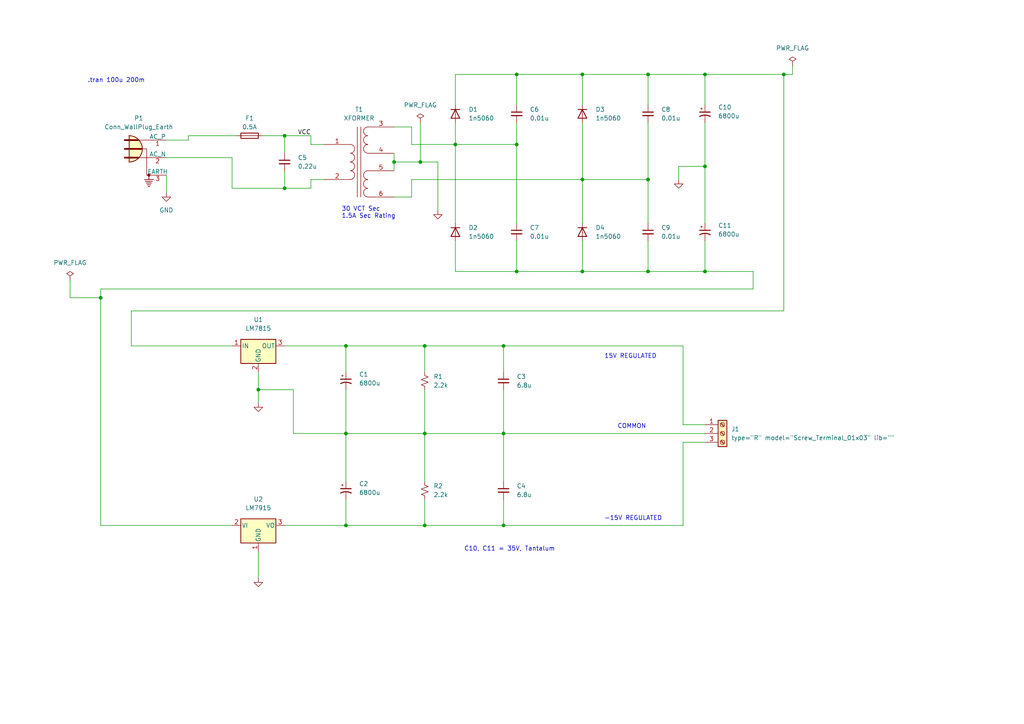
<source format=kicad_sch>
(kicad_sch (version 20211123) (generator eeschema)
  (paper "A4")
  (lib_symbols
    (symbol "1N5060GP:1N5060GP" (pin_numbers hide) (pin_names (offset 1.016) hide)
      (property "Reference" "D" (at -1.27 1.27 0))
      (property "Value" "1N5060GP" (at 2.54 -2.54 0))
      (symbol "1N5060GP_0_0"
        (polyline (pts (xy -1.27 -1.27) (xy 1.27 0)) (stroke (width 0.254)))
        (polyline (pts (xy -1.27 1.27) (xy -1.27 -1.27)) (stroke (width 0.254)))
        (polyline (pts (xy 1.27 0) (xy -1.27 1.27)) (stroke (width 0.254)))
        (polyline (pts (xy 1.27 0) (xy 1.27 -1.27)) (stroke (width 0.254)))
        (polyline (pts (xy 1.27 1.27) (xy 1.27 0)) (stroke (width 0.254)))
        (pin passive line (at -2.54 0 0) (length 2.54) (name "~") (number "A"))
        (pin passive line (at 2.54 0 180) (length 2.54) (name "~") (number "C"))
      )
    )
    (symbol "Connector:Conn_WallPlug_Earth" (pin_names (offset 0))
      (property "Reference" "P" (at 0 3.81 0))
      (property "Value" "Conn_WallPlug_Earth" (at -5.08 0 90))
      (symbol "Conn_WallPlug_Earth_0_1"
        (arc (start -3.175 -3.81) (mid 0.635 0) (end -3.175 3.81) (stroke (width 0.254)) (fill (type background)))
        (polyline (pts (xy -4.445 -2.54) (xy -0.635 -2.54)) (stroke (width 0.508)))
        (polyline (pts (xy -4.445 0) (xy 0.508 0)) (stroke (width 0.508)))
        (polyline (pts (xy -4.445 2.54) (xy -0.635 2.54)) (stroke (width 0.508)))
        (polyline (pts (xy -3.175 -3.81) (xy -3.175 3.81)) (stroke (width 0.254)))
        (polyline (pts (xy -0.635 -2.54) (xy 2.54 -2.54)))
        (polyline (pts (xy -0.635 2.54) (xy 2.54 2.54)))
        (polyline (pts (xy 1.524 -9.398) (xy 3.556 -9.398)) (stroke (width 0.2032)))
        (polyline (pts (xy 1.778 -9.906) (xy 3.302 -9.906)) (stroke (width 0.2032)))
        (polyline (pts (xy 2.032 -10.414) (xy 3.048 -10.414)) (stroke (width 0.2032)))
        (polyline (pts (xy 2.286 -10.922) (xy 2.794 -10.922)) (stroke (width 0.2032)))
        (polyline (pts (xy 2.54 -7.62) (xy 2.54 -8.89)) (stroke (width 0.2032)))
        (polyline (pts (xy 3.81 -8.89) (xy 1.27 -8.89)) (stroke (width 0.2032)))
        (polyline (pts (xy 2.54 -7.62) (xy 1.905 -7.62) (xy 1.905 0) (xy -4.445 0)))
        (circle (center 2.54 -7.62) (radius 0.3556) (fill (type outline)))
      )
      (symbol "Conn_WallPlug_Earth_1_1"
        (pin power_out line (at 7.62 2.54 180) (length 5.08) (name "AC_P") (number "1"))
        (pin power_out line (at 7.62 -2.54 180) (length 5.08) (name "AC_N") (number "2"))
        (pin passive line (at 7.62 -7.62 180) (length 5.08) (name "EARTH") (number "3"))
      )
    )
    (symbol "Connector:Screw_Terminal_01x03" (pin_names (offset 1.016) hide)
      (property "Reference" "J" (at 0 5.08 0))
      (property "Value" "Screw_Terminal_01x03" (at 0 -5.08 0))
      (symbol "Screw_Terminal_01x03_1_1"
        (rectangle (start -1.27 3.81) (end 1.27 -3.81) (stroke (width 0.254)) (fill (type background)))
        (circle (center 0 -2.54) (radius 0.635) (stroke (width 0.1524)))
        (polyline (pts (xy -0.5334 -2.2098) (xy 0.3302 -3.048)) (stroke (width 0.1524)))
        (polyline (pts (xy -0.5334 0.3302) (xy 0.3302 -0.508)) (stroke (width 0.1524)))
        (polyline (pts (xy -0.5334 2.8702) (xy 0.3302 2.032)) (stroke (width 0.1524)))
        (polyline (pts (xy -0.3556 -2.032) (xy 0.508 -2.8702)) (stroke (width 0.1524)))
        (polyline (pts (xy -0.3556 0.508) (xy 0.508 -0.3302)) (stroke (width 0.1524)))
        (polyline (pts (xy -0.3556 3.048) (xy 0.508 2.2098)) (stroke (width 0.1524)))
        (circle (center 0 0) (radius 0.635) (stroke (width 0.1524)))
        (circle (center 0 2.54) (radius 0.635) (stroke (width 0.1524)))
        (pin passive line (at -5.08 2.54 0) (length 3.81) (name "Pin_1") (number "1"))
        (pin passive line (at -5.08 0 0) (length 3.81) (name "Pin_2") (number "2"))
        (pin passive line (at -5.08 -2.54 0) (length 3.81) (name "Pin_3") (number "3"))
      )
    )
    (symbol "Device:C_Polarized_Small_US" (pin_numbers hide) (pin_names (offset 0.254) hide)
      (property "Reference" "C" (at 0.254 1.778 0))
      (property "Value" "C_Polarized_Small_US" (at 0.254 -2.032 0))
      (symbol "C_Polarized_Small_US_0_1"
        (polyline (pts (xy -1.524 0.508) (xy 1.524 0.508)) (stroke (width 0.3048)))
        (polyline (pts (xy -1.27 1.524) (xy -0.762 1.524)))
        (polyline (pts (xy -1.016 1.27) (xy -1.016 1.778)))
        (arc (start 1.524 -0.762) (mid 0 -0.3734) (end -1.524 -0.762) (stroke (width 0.3048)))
      )
      (symbol "C_Polarized_Small_US_1_1"
        (pin passive line (at 0 2.54 270) (length 2.032) (name "~") (number "1"))
        (pin passive line (at 0 -2.54 90) (length 2.032) (name "~") (number "2"))
      )
    )
    (symbol "Device:C_Small" (pin_numbers hide) (pin_names (offset 0.254) hide)
      (property "Reference" "C" (at 0.254 1.778 0))
      (property "Value" "C_Small" (at 0.254 -2.032 0))
      (symbol "C_Small_0_1"
        (polyline (pts (xy -1.524 -0.508) (xy 1.524 -0.508)) (stroke (width 0.3302)))
        (polyline (pts (xy -1.524 0.508) (xy 1.524 0.508)) (stroke (width 0.3048)))
      )
      (symbol "C_Small_1_1"
        (pin passive line (at 0 2.54 270) (length 2.032) (name "~") (number "1"))
        (pin passive line (at 0 -2.54 90) (length 2.032) (name "~") (number "2"))
      )
    )
    (symbol "Device:Fuse" (pin_numbers hide) (pin_names (offset 0))
      (property "Reference" "F" (at 2.032 0 90))
      (property "Value" "Fuse" (at -1.905 0 90))
      (symbol "Fuse_0_1"
        (rectangle (start -0.762 -2.54) (end 0.762 2.54) (stroke (width 0.254)))
        (polyline (pts (xy 0 2.54) (xy 0 -2.54)))
      )
      (symbol "Fuse_1_1"
        (pin passive line (at 0 3.81 270) (length 1.27) (name "~") (number "1"))
        (pin passive line (at 0 -3.81 90) (length 1.27) (name "~") (number "2"))
      )
    )
    (symbol "Device:R_Small_US" (pin_numbers hide) (pin_names (offset 0.254) hide)
      (property "Reference" "R" (at 0.762 0.508 0))
      (property "Value" "R_Small_US" (at 0.762 -1.016 0))
      (symbol "R_Small_US_1_1"
        (polyline (pts (xy 0 0) (xy 1.016 -0.381) (xy 0 -0.762) (xy -1.016 -1.143) (xy 0 -1.524)))
        (polyline (pts (xy 0 1.524) (xy 1.016 1.143) (xy 0 0.762) (xy -1.016 0.381) (xy 0 0)))
        (pin passive line (at 0 2.54 270) (length 1.016) (name "~") (number "1"))
        (pin passive line (at 0 -2.54 90) (length 1.016) (name "~") (number "2"))
      )
    )
    (symbol "Device:Transformer_1P_2S" (pin_names (offset 1.016) hide)
      (property "Reference" "T" (at 0 12.7 0))
      (property "Value" "Transformer_1P_2S" (at 0 -12.7 0))
      (symbol "Transformer_1P_2S_0_1"
        (arc (start -2.54 -5.0546) (mid -1.6599 -4.6901) (end -1.27 -3.81))
        (arc (start -2.54 -2.5146) (mid -1.6599 -2.1501) (end -1.27 -1.27))
        (arc (start -2.54 0.0254) (mid -1.6599 0.3899) (end -1.27 1.27))
        (arc (start -2.54 2.5654) (mid -1.6599 2.9299) (end -1.27 3.81))
        (arc (start -1.27 -3.81) (mid -1.642 -2.912) (end -2.54 -2.54))
        (arc (start -1.27 -1.27) (mid -1.642 -0.372) (end -2.54 0))
        (arc (start -1.27 1.27) (mid -1.642 2.168) (end -2.54 2.54))
        (arc (start -1.27 3.81) (mid -1.642 4.708) (end -2.54 5.08))
        (polyline (pts (xy -0.508 -10.16) (xy -0.508 10.16)))
        (polyline (pts (xy 0.508 10.16) (xy 0.508 -10.16)))
        (arc (start 1.2954 -8.89) (mid 1.6599 -9.7701) (end 2.54 -10.1346))
        (arc (start 1.2954 -6.35) (mid 1.6599 -7.2301) (end 2.54 -7.5946))
        (arc (start 1.2954 -3.81) (mid 1.6599 -4.6901) (end 2.54 -5.0546))
        (arc (start 1.2954 3.81) (mid 1.6599 2.9299) (end 2.54 2.5654))
        (arc (start 1.2954 6.35) (mid 1.6599 5.4699) (end 2.54 5.1054))
        (arc (start 1.2954 8.89) (mid 1.6599 8.0099) (end 2.54 7.6454))
        (arc (start 2.54 -7.62) (mid 1.642 -7.992) (end 1.2954 -8.89))
        (arc (start 2.54 -5.08) (mid 1.642 -5.452) (end 1.2954 -6.35))
        (arc (start 2.54 -2.54) (mid 1.642 -2.912) (end 1.2954 -3.81))
        (arc (start 2.54 5.08) (mid 1.642 4.708) (end 1.2954 3.81))
        (arc (start 2.54 7.62) (mid 1.642 7.248) (end 1.2954 6.35))
        (arc (start 2.54 10.16) (mid 1.642 9.788) (end 1.2954 8.89))
      )
      (symbol "Transformer_1P_2S_1_1"
        (pin passive line (at -10.16 5.08 0) (length 7.62) (name "AA") (number "1"))
        (pin passive line (at -10.16 -5.08 0) (length 7.62) (name "AB") (number "2"))
        (pin passive line (at 10.16 10.16 180) (length 7.62) (name "SA") (number "3"))
        (pin passive line (at 10.16 2.54 180) (length 7.62) (name "SB") (number "4"))
        (pin passive line (at 10.16 -2.54 180) (length 7.62) (name "SC") (number "5"))
        (pin passive line (at 10.16 -10.16 180) (length 7.62) (name "SD") (number "6"))
      )
    )
    (symbol "Regulator_Linear:L7815" (pin_names (offset 0.254))
      (property "Reference" "U" (at -3.81 3.175 0))
      (property "Value" "L7815" (at 0 3.175 0))
      (symbol "L7815_0_1"
        (rectangle (start -5.08 1.905) (end 5.08 -5.08) (stroke (width 0.254)) (fill (type background)))
      )
      (symbol "L7815_1_1"
        (pin power_in line (at -7.62 0 0) (length 2.54) (name "IN") (number "1"))
        (pin power_in line (at 0 -7.62 90) (length 2.54) (name "GND") (number "2"))
        (pin power_out line (at 7.62 0 180) (length 2.54) (name "OUT") (number "3"))
      )
    )
    (symbol "Regulator_Linear:L7915" (pin_names (offset 0.254))
      (property "Reference" "U" (at -3.81 -3.175 0))
      (property "Value" "L7915" (at 0 -3.175 0))
      (symbol "L7915_0_1"
        (rectangle (start -5.08 5.08) (end 5.08 -1.905) (stroke (width 0.254)) (fill (type background)))
      )
      (symbol "L7915_1_1"
        (pin power_in line (at 0 7.62 270) (length 2.54) (name "GND") (number "1"))
        (pin power_in line (at -7.62 0 0) (length 2.54) (name "VI") (number "2"))
        (pin power_out line (at 7.62 0 180) (length 2.54) (name "VO") (number "3"))
      )
    )
    (symbol "power:GND" (power) (pin_names (offset 0))
      (property "Value" "GND" (at 0 -3.81 0))
      (symbol "GND_0_1"
        (polyline (pts (xy 0 0) (xy 0 -1.27) (xy 1.27 -1.27) (xy 0 -2.54) (xy -1.27 -1.27) (xy 0 -1.27)))
      )
      (symbol "GND_1_1"
        (pin power_in line (at 0 0 270) (length 0) hide (name "GND") (number "1"))
      )
    )
    (symbol "power:PWR_FLAG" (power) (pin_numbers hide) (pin_names (offset 0) hide)
      (property "Value" "PWR_FLAG" (at 0 3.81 0))
      (symbol "PWR_FLAG_0_0"
        (pin power_out line (at 0 0 90) (length 0) (name "pwr") (number "1"))
      )
      (symbol "PWR_FLAG_0_1"
        (polyline (pts (xy 0 0) (xy 0 1.27) (xy -1.016 1.905) (xy 0 2.54) (xy 1.016 1.905) (xy 0 1.27)))
      )
    )
  )
  (junction (at 123.19 100.33))
  (junction (at 123.19 152.4))
  (junction (at 204.47 48.26))
  (junction (at 100.33 152.4))
  (junction (at 168.91 52.07))
  (junction (at 187.96 78.74))
  (junction (at 168.91 21.59))
  (junction (at 82.55 39.37))
  (junction (at 187.96 21.59))
  (junction (at 82.55 54.61))
  (junction (at 149.86 21.59))
  (junction (at 29.21 86.36))
  (junction (at 168.91 78.74))
  (junction (at 227.33 21.59))
  (junction (at 146.05 100.33))
  (junction (at 114.3 46.99))
  (junction (at 132.08 41.91))
  (junction (at 149.86 78.74))
  (junction (at 204.47 78.74))
  (junction (at 146.05 152.4))
  (junction (at 187.96 52.07))
  (junction (at 149.86 41.91))
  (junction (at 123.19 125.73))
  (junction (at 100.33 100.33))
  (junction (at 204.47 21.59))
  (junction (at 100.33 125.73))
  (junction (at 74.93 113.03))
  (junction (at 121.92 46.99))
  (junction (at 146.05 125.73))
  (wire (pts (xy 146.05 144.78) (xy 146.05 152.4)))
  (wire (pts (xy 187.96 21.59) (xy 187.96 30.48)))
  (wire (pts (xy 168.91 21.59) (xy 187.96 21.59)))
  (wire (pts (xy 149.86 78.74) (xy 168.91 78.74)))
  (wire (pts (xy 100.33 100.33) (xy 123.19 100.33)))
  (wire (pts (xy 119.38 41.91) (xy 119.38 36.83)))
  (wire (pts (xy 132.08 41.91) (xy 149.86 41.91)))
  (wire (pts (xy 149.86 41.91) (xy 149.86 64.77)))
  (wire (pts (xy 114.3 57.15) (xy 119.38 57.15)))
  (wire (pts (xy 204.47 123.19) (xy 198.12 123.19)))
  (wire (pts (xy 168.91 35.56) (xy 168.91 52.07)))
  (wire (pts (xy 90.17 54.61) (xy 82.55 54.61)))
  (wire (pts (xy 229.87 19.05) (xy 229.87 21.59)))
  (wire (pts (xy 82.55 100.33) (xy 100.33 100.33)))
  (wire (pts (xy 187.96 52.07) (xy 187.96 64.77)))
  (wire (pts (xy 82.55 39.37) (xy 90.17 39.37)))
  (wire (pts (xy 100.33 125.73) (xy 85.09 125.73)))
  (wire (pts (xy 149.86 21.59) (xy 149.86 30.48)))
  (wire (pts (xy 38.1 90.17) (xy 38.1 100.33)))
  (wire (pts (xy 90.17 39.37) (xy 90.17 41.91)))
  (wire (pts (xy 90.17 52.07) (xy 90.17 54.61)))
  (wire (pts (xy 204.47 69.85) (xy 204.47 78.74)))
  (wire (pts (xy 100.33 144.78) (xy 100.33 152.4)))
  (wire (pts (xy 187.96 21.59) (xy 204.47 21.59)))
  (wire (pts (xy 100.33 100.33) (xy 100.33 107.95)))
  (wire (pts (xy 132.08 41.91) (xy 132.08 64.77)))
  (wire (pts (xy 204.47 78.74) (xy 218.44 78.74)))
  (wire (pts (xy 29.21 83.82) (xy 218.44 83.82)))
  (wire (pts (xy 74.93 160.02) (xy 74.93 167.64)))
  (wire (pts (xy 123.19 100.33) (xy 146.05 100.33)))
  (wire (pts (xy 54.61 39.37) (xy 68.58 39.37)))
  (wire (pts (xy 123.19 144.78) (xy 123.19 152.4)))
  (wire (pts (xy 127 46.99) (xy 127 60.96)))
  (wire (pts (xy 100.33 125.73) (xy 123.19 125.73)))
  (wire (pts (xy 48.26 45.72) (xy 67.31 45.72)))
  (wire (pts (xy 187.96 35.56) (xy 187.96 52.07)))
  (wire (pts (xy 114.3 44.45) (xy 114.3 46.99)))
  (wire (pts (xy 74.93 113.03) (xy 74.93 116.84)))
  (wire (pts (xy 149.86 21.59) (xy 168.91 21.59)))
  (wire (pts (xy 132.08 41.91) (xy 119.38 41.91)))
  (wire (pts (xy 149.86 69.85) (xy 149.86 78.74)))
  (wire (pts (xy 204.47 21.59) (xy 227.33 21.59)))
  (wire (pts (xy 168.91 52.07) (xy 168.91 64.77)))
  (wire (pts (xy 198.12 128.27) (xy 198.12 152.4)))
  (wire (pts (xy 123.19 152.4) (xy 100.33 152.4)))
  (wire (pts (xy 67.31 54.61) (xy 82.55 54.61)))
  (wire (pts (xy 168.91 52.07) (xy 187.96 52.07)))
  (wire (pts (xy 227.33 21.59) (xy 227.33 90.17)))
  (wire (pts (xy 132.08 35.56) (xy 132.08 41.91)))
  (wire (pts (xy 82.55 39.37) (xy 82.55 44.45)))
  (wire (pts (xy 54.61 40.64) (xy 48.26 40.64)))
  (wire (pts (xy 204.47 128.27) (xy 198.12 128.27)))
  (wire (pts (xy 204.47 21.59) (xy 204.47 30.48)))
  (wire (pts (xy 146.05 125.73) (xy 204.47 125.73)))
  (wire (pts (xy 100.33 113.03) (xy 100.33 125.73)))
  (wire (pts (xy 123.19 113.03) (xy 123.19 125.73)))
  (wire (pts (xy 74.93 107.95) (xy 74.93 113.03)))
  (wire (pts (xy 67.31 45.72) (xy 67.31 54.61)))
  (wire (pts (xy 187.96 78.74) (xy 204.47 78.74)))
  (wire (pts (xy 132.08 78.74) (xy 149.86 78.74)))
  (wire (pts (xy 132.08 21.59) (xy 132.08 30.48)))
  (wire (pts (xy 20.32 81.28) (xy 20.32 86.36)))
  (wire (pts (xy 187.96 69.85) (xy 187.96 78.74)))
  (wire (pts (xy 218.44 78.74) (xy 218.44 83.82)))
  (wire (pts (xy 100.33 125.73) (xy 100.33 139.7)))
  (wire (pts (xy 20.32 86.36) (xy 29.21 86.36)))
  (wire (pts (xy 121.92 46.99) (xy 127 46.99)))
  (wire (pts (xy 119.38 36.83) (xy 114.3 36.83)))
  (wire (pts (xy 114.3 46.99) (xy 114.3 49.53)))
  (wire (pts (xy 114.3 46.99) (xy 121.92 46.99)))
  (wire (pts (xy 29.21 83.82) (xy 29.21 86.36)))
  (wire (pts (xy 168.91 21.59) (xy 168.91 30.48)))
  (wire (pts (xy 204.47 48.26) (xy 196.85 48.26)))
  (wire (pts (xy 168.91 78.74) (xy 187.96 78.74)))
  (wire (pts (xy 82.55 152.4) (xy 100.33 152.4)))
  (wire (pts (xy 123.19 100.33) (xy 123.19 107.95)))
  (wire (pts (xy 146.05 100.33) (xy 198.12 100.33)))
  (wire (pts (xy 196.85 48.26) (xy 196.85 52.07)))
  (wire (pts (xy 146.05 125.73) (xy 146.05 139.7)))
  (wire (pts (xy 146.05 113.03) (xy 146.05 125.73)))
  (wire (pts (xy 123.19 125.73) (xy 123.19 139.7)))
  (wire (pts (xy 198.12 100.33) (xy 198.12 123.19)))
  (wire (pts (xy 123.19 125.73) (xy 146.05 125.73)))
  (wire (pts (xy 204.47 48.26) (xy 204.47 64.77)))
  (wire (pts (xy 93.98 52.07) (xy 90.17 52.07)))
  (wire (pts (xy 146.05 152.4) (xy 123.19 152.4)))
  (wire (pts (xy 146.05 100.33) (xy 146.05 107.95)))
  (wire (pts (xy 204.47 35.56) (xy 204.47 48.26)))
  (wire (pts (xy 38.1 90.17) (xy 227.33 90.17)))
  (wire (pts (xy 54.61 39.37) (xy 54.61 40.64)))
  (wire (pts (xy 82.55 49.53) (xy 82.55 54.61)))
  (wire (pts (xy 29.21 152.4) (xy 67.31 152.4)))
  (wire (pts (xy 168.91 69.85) (xy 168.91 78.74)))
  (wire (pts (xy 76.2 39.37) (xy 82.55 39.37)))
  (wire (pts (xy 93.98 41.91) (xy 90.17 41.91)))
  (wire (pts (xy 132.08 69.85) (xy 132.08 78.74)))
  (wire (pts (xy 29.21 86.36) (xy 29.21 152.4)))
  (wire (pts (xy 229.87 21.59) (xy 227.33 21.59)))
  (wire (pts (xy 119.38 57.15) (xy 119.38 52.07)))
  (wire (pts (xy 85.09 125.73) (xy 85.09 113.03)))
  (wire (pts (xy 146.05 152.4) (xy 198.12 152.4)))
  (wire (pts (xy 38.1 100.33) (xy 67.31 100.33)))
  (wire (pts (xy 119.38 52.07) (xy 168.91 52.07)))
  (wire (pts (xy 149.86 35.56) (xy 149.86 41.91)))
  (wire (pts (xy 85.09 113.03) (xy 74.93 113.03)))
  (wire (pts (xy 132.08 21.59) (xy 149.86 21.59)))
  (wire (pts (xy 48.26 50.8) (xy 48.26 55.88)))
  (wire (pts (xy 121.92 35.56) (xy 121.92 46.99)))
  (text ".tran 100u 200m" (at 25.4 24.13 0) (effects (font (size 1.27 1.27)) (justify left bottom)))
  (text "C10, C11 = 35V, Tantalum" (at 134.62 160.02 0) (effects (font (size 1.27 1.27)) (justify left bottom)))
  (text "-15V REGULATED" (at 175.26 151.13 0) (effects (font (size 1.27 1.27)) (justify left bottom)))
  (text "15V REGULATED" (at 175.26 104.14 0) (effects (font (size 1.27 1.27)) (justify left bottom)))
  (text "COMMON" (at 179.07 124.46 0) (effects (font (size 1.27 1.27)) (justify left bottom)))
  (text "30 VCT Sec\n1.5A Sec Rating" (at 99.06 63.5 0) (effects (font (size 1.27 1.27)) (justify left bottom)))
  (label "VCC" (at 86.36 39.37 0))
  (symbol (lib_id "Device:C_Polarized_Small_US") (at 100.33 142.24 0) (unit 1)
    (property "Reference" "C2" (at 104.14 140.3349 0) (effects (justify left)))
    (property "Value" "6800u" (at 104.14 142.8749 0) (effects (justify left)))
  )
  (symbol (lib_id "1N5060GP:1N5060GP") (at 168.91 33.02 90) (unit 1)
    (property "Reference" "D3" (at 172.72 31.7499 90) (effects (justify right)))
    (property "Value" "1n5060" (at 172.72 34.2899 90) (effects (justify right)))
    (property "Footprint" "DO15-12" (effects hide))
    (property "Spice_Primitive" "D" (effects hide))
    (property "Spice_Model" "1N5060" (effects hide))
    (property "Spice_Netlist_Enabled" "Y" (effects hide))
    (property "Spice_Node_Sequence" "2 1" (effects hide))
    (property "Spice_Lib_File" "1n5060.lib" (effects hide))
  )
  (symbol (lib_id "1N5060GP:1N5060GP") (at 132.08 67.31 90) (unit 1)
    (property "Reference" "D2" (at 135.89 66.0399 90) (effects (justify right)))
    (property "Value" "1n5060" (at 135.89 68.5799 90) (effects (justify right)))
    (property "Footprint" "DO15-12" (effects hide))
    (property "Spice_Primitive" "D" (effects hide))
    (property "Spice_Model" "1N5060" (effects hide))
    (property "Spice_Netlist_Enabled" "Y" (effects hide))
    (property "Spice_Node_Sequence" "2 1" (effects hide))
    (property "Spice_Lib_File" "1n5060.lib" (effects hide))
  )
  (symbol (lib_id "power:GND") (at 48.26 55.88 0) (unit 1)
    (property "Reference" "#PWR?" (effects hide))
    (property "Value" "GND" (at 48.26 60.96 0))
  )
  (symbol (lib_id "power:GND") (at 74.93 116.84 0) (unit 1)
    (property "Reference" "#PWR03" (effects hide))
    (property "Value" "Earth" (effects hide))
  )
  (symbol (lib_id "Regulator_Linear:L7815") (at 74.93 100.33 0) (unit 1)
    (property "Reference" "U1" (at 74.93 92.71 0))
    (property "Value" "LM7815" (at 74.93 95.25 0))
    (property "Datasheet" "http://www.st.com/content/ccc/resource/technical/document/datasheet/41/4f/b3/b0/12/d4/47/88/CD00000444.pdf/files/CD00000444.pdf/jcr:content/translations/en.CD00000444.pdf" (effects hide))
    (property "Spice_Primitive" "X" (effects hide))
    (property "Spice_Model" "LM7815" (effects hide))
    (property "Spice_Netlist_Enabled" "Y" (effects hide))
    (property "Spice_Lib_File" "regulators.lib" (effects hide))
  )
  (symbol (lib_id "Device:C_Polarized_Small_US") (at 100.33 110.49 0) (unit 1)
    (property "Reference" "C1" (at 104.14 108.5849 0) (effects (justify left)))
    (property "Value" "6800u" (at 104.14 111.1249 0) (effects (justify left)))
  )
  (symbol (lib_id "power:PWR_FLAG") (at 121.92 35.56 0) (unit 1)
    (property "Reference" "#FLG02" (effects hide))
    (property "Value" "PWR_FLAG" (at 121.92 30.48 0))
  )
  (symbol (lib_id "Device:C_Small") (at 187.96 67.31 0) (unit 1)
    (property "Reference" "C9" (at 191.77 66.0399 0) (effects (justify left)))
    (property "Value" "0.01u" (at 191.77 68.5799 0) (effects (justify left)))
  )
  (symbol (lib_id "1N5060GP:1N5060GP") (at 132.08 33.02 90) (unit 1)
    (property "Reference" "D1" (at 135.89 31.7499 90) (effects (justify right)))
    (property "Value" "1n5060" (at 135.89 34.2899 90) (effects (justify right)))
    (property "Footprint" "DO15-12" (effects hide))
    (property "Spice_Primitive" "D" (effects hide))
    (property "Spice_Model" "1N5060" (effects hide))
    (property "Spice_Netlist_Enabled" "Y" (effects hide))
    (property "Spice_Lib_File" "1n5060.lib" (effects hide))
    (property "Spice_Node_Sequence" "2 1" (effects hide))
  )
  (symbol (lib_id "Device:R_Small_US") (at 123.19 110.49 0) (unit 1)
    (property "Reference" "R1" (at 125.73 109.2199 0) (effects (justify left)))
    (property "Value" "2.2k" (at 125.73 111.7599 0) (effects (justify left)))
  )
  (symbol (lib_id "Device:C_Small") (at 82.55 46.99 0) (unit 1)
    (property "Reference" "C5" (at 86.36 45.7199 0) (effects (justify left)))
    (property "Value" "0.22u" (at 86.36 48.2599 0) (effects (justify left)))
    (property "Footprint" "Capacitor_THT:C_Axial_L5.1mm_D3.1mm_P7.50mm_Horizontal" (effects hide))
  )
  (symbol (lib_id "Connector:Screw_Terminal_01x03") (at 209.55 125.73 0) (unit 1)
    (property "Reference" "J1" (at 212.09 124.4599 0) (effects (justify left)))
    (property "Value" "Screw_Terminal_01x03" (at 212.09 126.9999 0) (effects (justify left)))
    (property "Footprint" "TerminalBlock_4Ucon:TerminalBlock_4Ucon_1x03_P3.50mm_Horizontal" (effects hide))
    (property "Spice_Primitive" "R" (effects hide))
    (property "Spice_Netlist_Enabled" "N" (effects hide))
  )
  (symbol (lib_id "Connector:Conn_WallPlug_Earth") (at 40.64 43.18 0) (unit 1)
    (property "Reference" "P1" (at 40.2463 34.29 0))
    (property "Value" "Conn_WallPlug_Earth" (at 40.2463 36.83 0))
    (property "Spice_Primitive" "V" (effects hide))
    (property "Spice_Model" "sin(0 120 60)" (effects hide))
    (property "Spice_Netlist_Enabled" "Y" (effects hide))
  )
  (symbol (lib_id "Device:Transformer_1P_2S") (at 104.14 46.99 0) (unit 1) (on_board no)
    (property "Reference" "T1" (at 104.14 31.75 0))
    (property "Value" "XFORMER" (at 104.14 34.29 0))
    (property "Spice_Primitive" "X" (effects hide))
    (property "Spice_Netlist_Enabled" "Y" (effects hide))
    (property "Spice_Model" "XFORMER" (effects hide))
    (property "Spice_Lib_File" "xformer.lib" (effects hide))
  )
  (symbol (lib_id "Device:C_Small") (at 146.05 110.49 0) (unit 1)
    (property "Reference" "C3" (at 149.86 109.2199 0) (effects (justify left)))
    (property "Value" "6.8u" (at 149.86 111.7599 0) (effects (justify left)))
  )
  (symbol (lib_id "Device:C_Small") (at 149.86 33.02 0) (unit 1)
    (property "Reference" "C6" (at 153.67 31.7499 0) (effects (justify left)))
    (property "Value" "0.01u" (at 153.67 34.2899 0) (effects (justify left)))
  )
  (symbol (lib_id "Regulator_Linear:L7915") (at 74.93 152.4 0) (mirror x) (unit 1)
    (property "Reference" "U2" (at 74.93 144.78 0))
    (property "Value" "LM7915" (at 74.93 147.32 0))
    (property "Datasheet" "http://www.st.com/content/ccc/resource/technical/document/datasheet/c9/16/86/41/c7/2b/45/f2/CD00000450.pdf/files/CD00000450.pdf/jcr:content/translations/en.CD00000450.pdf" (effects hide))
    (property "Spice_Primitive" "X" (effects hide))
    (property "Spice_Model" "LM7915" (effects hide))
    (property "Spice_Netlist_Enabled" "Y" (effects hide))
    (property "Spice_Node_Sequence" "2 1 3" (effects hide))
    (property "Spice_Lib_File" "regulators.lib" (effects hide))
  )
  (symbol (lib_id "Device:C_Polarized_Small_US") (at 204.47 33.02 0) (unit 1)
    (property "Reference" "C10" (at 208.28 31.1149 0) (effects (justify left)))
    (property "Value" "6800u" (at 208.28 33.6549 0) (effects (justify left)))
  )
  (symbol (lib_id "Device:Fuse") (at 72.39 39.37 90) (unit 1) (on_board no)
    (property "Reference" "F1" (at 72.39 34.29 90))
    (property "Value" "0.5A" (at 72.39 36.83 90))
    (property "Spice_Primitive" "R" (effects hide))
    (property "Spice_Netlist_Enabled" "Y" (effects hide))
    (property "Spice_Model" ".1" (effects hide))
  )
  (symbol (lib_id "power:GND") (at 127 60.96 0) (unit 1)
    (property "Reference" "#PWR05" (effects hide))
    (property "Value" "Earth" (effects hide))
  )
  (symbol (lib_id "power:GND") (at 74.93 167.64 0) (unit 1)
    (property "Reference" "#PWR04" (effects hide))
    (property "Value" "Earth" (effects hide))
  )
  (symbol (lib_id "1N5060GP:1N5060GP") (at 168.91 67.31 90) (unit 1)
    (property "Reference" "D4" (at 172.72 66.0399 90) (effects (justify right)))
    (property "Value" "1n5060" (at 172.72 68.5799 90) (effects (justify right)))
    (property "Footprint" "DO15-12" (effects hide))
    (property "Spice_Primitive" "D" (effects hide))
    (property "Spice_Model" "1N5060" (effects hide))
    (property "Spice_Netlist_Enabled" "Y" (effects hide))
    (property "Spice_Node_Sequence" "2 1" (effects hide))
    (property "Spice_Lib_File" "1n5060.lib" (effects hide))
  )
  (symbol (lib_id "power:PWR_FLAG") (at 20.32 81.28 0) (unit 1)
    (property "Reference" "#FLG01" (effects hide))
    (property "Value" "PWR_FLAG" (at 20.32 76.2 0))
  )
  (symbol (lib_id "power:PWR_FLAG") (at 229.87 19.05 0) (unit 1)
    (property "Reference" "#FLG03" (effects hide))
    (property "Value" "PWR_FLAG" (at 229.87 13.97 0))
  )
  (symbol (lib_id "Device:C_Polarized_Small_US") (at 204.47 67.31 0) (unit 1)
    (property "Reference" "C11" (at 208.28 65.4049 0) (effects (justify left)))
    (property "Value" "6800u" (at 208.28 67.9449 0) (effects (justify left)))
  )
  (symbol (lib_id "power:GND") (at 196.85 52.07 0) (unit 1)
    (property "Reference" "#PWR06" (effects hide))
    (property "Value" "Earth" (effects hide))
  )
  (symbol (lib_id "Device:C_Small") (at 149.86 67.31 0) (unit 1)
    (property "Reference" "C7" (at 153.67 66.0399 0) (effects (justify left)))
    (property "Value" "0.01u" (at 153.67 68.5799 0) (effects (justify left)))
  )
  (symbol (lib_id "Device:C_Small") (at 146.05 142.24 0) (unit 1)
    (property "Reference" "C4" (at 149.86 140.9699 0) (effects (justify left)))
    (property "Value" "6.8u" (at 149.86 143.5099 0) (effects (justify left)))
  )
  (symbol (lib_id "Device:C_Small") (at 187.96 33.02 0) (unit 1)
    (property "Reference" "C8" (at 191.77 31.7499 0) (effects (justify left)))
    (property "Value" "0.01u" (at 191.77 34.2899 0) (effects (justify left)))
  )
  (symbol (lib_id "Device:R_Small_US") (at 123.19 142.24 0) (unit 1)
    (property "Reference" "R2" (at 125.73 140.9699 0) (effects (justify left)))
    (property "Value" "2.2k" (at 125.73 143.5099 0) (effects (justify left)))
  )
)
</source>
